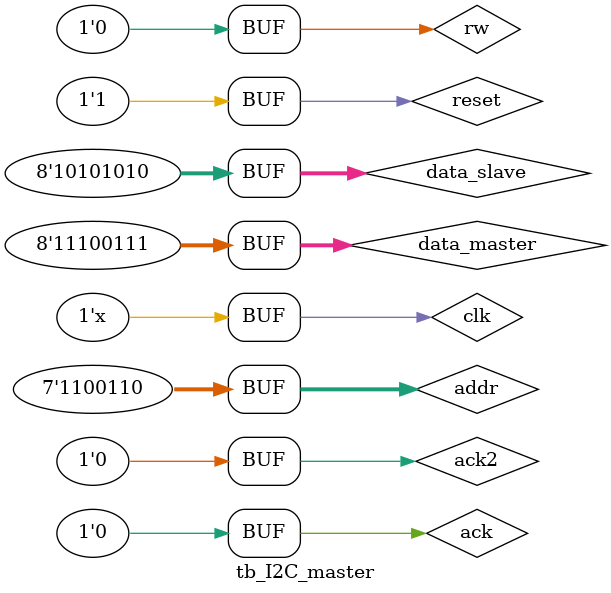
<source format=sv>
`timescale 1ns/1ps
module tb_I2C_master;
logic  clk, reset, rw, ack, ack2;
logic [6:0] addr;
logic [7:0] data_master, data_slave;
logic i2c_scl, i2c_sda;

I2C_master I2C_master(
    .clk(clk),
    .reset(reset),
    .rw(rw),
    .ack(ack),
    .ack2(ack2),
    .addr(addr),
    .data_master(data_master),
    .data_slave(data_slave),
    .i2c_scl(i2c_scl),
    .i2c_sda(i2c_sda)
);

always #5 clk = !clk;

initial begin
    clk     = 1'b0;
    reset   = 1'b0;
    rw      = 1'b0;
    ack     = 1'b0;
    ack2    = 1'b0;
    addr    = 7'b1100110;
    data_master = 8'b11100111;
    data_slave  = 8'b10101010;
    #5;
    clk     = 1'b1;
    reset   = 1'b1;
end

endmodule
</source>
